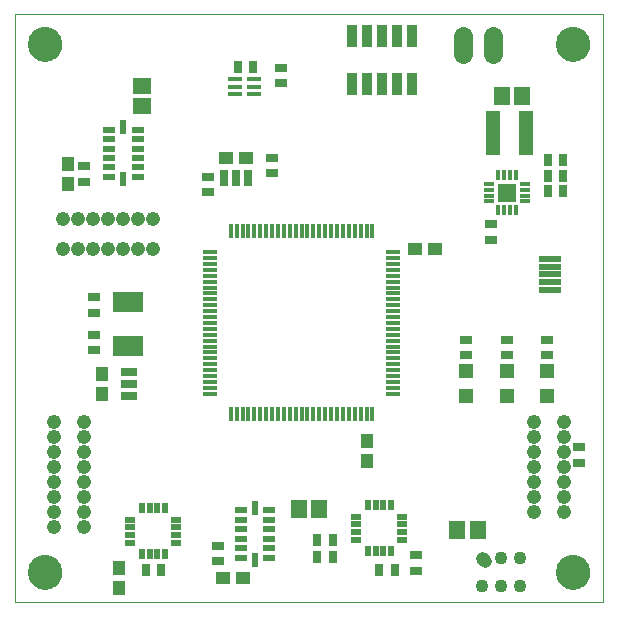
<source format=gts>
G75*
G70*
%OFA0B0*%
%FSLAX24Y24*%
%IPPOS*%
%LPD*%
%AMOC8*
5,1,8,0,0,1.08239X$1,22.5*
%
%ADD10C,0.0000*%
%ADD11C,0.1142*%
%ADD12R,0.0512X0.1497*%
%ADD13R,0.0316X0.0394*%
%ADD14R,0.0729X0.0197*%
%ADD15R,0.0985X0.0709*%
%ADD16R,0.0394X0.0316*%
%ADD17R,0.0335X0.0138*%
%ADD18R,0.0138X0.0335*%
%ADD19R,0.0611X0.0611*%
%ADD20R,0.0552X0.0631*%
%ADD21R,0.0330X0.0770*%
%ADD22R,0.0375X0.0197*%
%ADD23R,0.0197X0.0375*%
%ADD24R,0.0434X0.0473*%
%ADD25C,0.0640*%
%ADD26R,0.0512X0.0158*%
%ADD27R,0.0158X0.0512*%
%ADD28R,0.0290X0.0540*%
%ADD29R,0.0540X0.0290*%
%ADD30R,0.0434X0.0237*%
%ADD31R,0.0237X0.0512*%
%ADD32R,0.0631X0.0552*%
%ADD33R,0.0453X0.0158*%
%ADD34C,0.0476*%
%ADD35R,0.0473X0.0434*%
%ADD36R,0.0512X0.0512*%
%ADD37C,0.0434*%
%ADD38C,0.0434*%
D10*
X000160Y000288D02*
X000160Y019888D01*
X019760Y019888D01*
X019760Y000288D01*
X000160Y000288D01*
X000609Y001288D02*
X000611Y001335D01*
X000617Y001381D01*
X000627Y001427D01*
X000640Y001472D01*
X000658Y001515D01*
X000679Y001557D01*
X000703Y001597D01*
X000731Y001634D01*
X000762Y001669D01*
X000796Y001702D01*
X000832Y001731D01*
X000871Y001757D01*
X000912Y001780D01*
X000955Y001799D01*
X000999Y001815D01*
X001044Y001827D01*
X001090Y001835D01*
X001137Y001839D01*
X001183Y001839D01*
X001230Y001835D01*
X001276Y001827D01*
X001321Y001815D01*
X001365Y001799D01*
X001408Y001780D01*
X001449Y001757D01*
X001488Y001731D01*
X001524Y001702D01*
X001558Y001669D01*
X001589Y001634D01*
X001617Y001597D01*
X001641Y001557D01*
X001662Y001515D01*
X001680Y001472D01*
X001693Y001427D01*
X001703Y001381D01*
X001709Y001335D01*
X001711Y001288D01*
X001709Y001241D01*
X001703Y001195D01*
X001693Y001149D01*
X001680Y001104D01*
X001662Y001061D01*
X001641Y001019D01*
X001617Y000979D01*
X001589Y000942D01*
X001558Y000907D01*
X001524Y000874D01*
X001488Y000845D01*
X001449Y000819D01*
X001408Y000796D01*
X001365Y000777D01*
X001321Y000761D01*
X001276Y000749D01*
X001230Y000741D01*
X001183Y000737D01*
X001137Y000737D01*
X001090Y000741D01*
X001044Y000749D01*
X000999Y000761D01*
X000955Y000777D01*
X000912Y000796D01*
X000871Y000819D01*
X000832Y000845D01*
X000796Y000874D01*
X000762Y000907D01*
X000731Y000942D01*
X000703Y000979D01*
X000679Y001019D01*
X000658Y001061D01*
X000640Y001104D01*
X000627Y001149D01*
X000617Y001195D01*
X000611Y001241D01*
X000609Y001288D01*
X000609Y018888D02*
X000611Y018935D01*
X000617Y018981D01*
X000627Y019027D01*
X000640Y019072D01*
X000658Y019115D01*
X000679Y019157D01*
X000703Y019197D01*
X000731Y019234D01*
X000762Y019269D01*
X000796Y019302D01*
X000832Y019331D01*
X000871Y019357D01*
X000912Y019380D01*
X000955Y019399D01*
X000999Y019415D01*
X001044Y019427D01*
X001090Y019435D01*
X001137Y019439D01*
X001183Y019439D01*
X001230Y019435D01*
X001276Y019427D01*
X001321Y019415D01*
X001365Y019399D01*
X001408Y019380D01*
X001449Y019357D01*
X001488Y019331D01*
X001524Y019302D01*
X001558Y019269D01*
X001589Y019234D01*
X001617Y019197D01*
X001641Y019157D01*
X001662Y019115D01*
X001680Y019072D01*
X001693Y019027D01*
X001703Y018981D01*
X001709Y018935D01*
X001711Y018888D01*
X001709Y018841D01*
X001703Y018795D01*
X001693Y018749D01*
X001680Y018704D01*
X001662Y018661D01*
X001641Y018619D01*
X001617Y018579D01*
X001589Y018542D01*
X001558Y018507D01*
X001524Y018474D01*
X001488Y018445D01*
X001449Y018419D01*
X001408Y018396D01*
X001365Y018377D01*
X001321Y018361D01*
X001276Y018349D01*
X001230Y018341D01*
X001183Y018337D01*
X001137Y018337D01*
X001090Y018341D01*
X001044Y018349D01*
X000999Y018361D01*
X000955Y018377D01*
X000912Y018396D01*
X000871Y018419D01*
X000832Y018445D01*
X000796Y018474D01*
X000762Y018507D01*
X000731Y018542D01*
X000703Y018579D01*
X000679Y018619D01*
X000658Y018661D01*
X000640Y018704D01*
X000627Y018749D01*
X000617Y018795D01*
X000611Y018841D01*
X000609Y018888D01*
X018209Y018888D02*
X018211Y018935D01*
X018217Y018981D01*
X018227Y019027D01*
X018240Y019072D01*
X018258Y019115D01*
X018279Y019157D01*
X018303Y019197D01*
X018331Y019234D01*
X018362Y019269D01*
X018396Y019302D01*
X018432Y019331D01*
X018471Y019357D01*
X018512Y019380D01*
X018555Y019399D01*
X018599Y019415D01*
X018644Y019427D01*
X018690Y019435D01*
X018737Y019439D01*
X018783Y019439D01*
X018830Y019435D01*
X018876Y019427D01*
X018921Y019415D01*
X018965Y019399D01*
X019008Y019380D01*
X019049Y019357D01*
X019088Y019331D01*
X019124Y019302D01*
X019158Y019269D01*
X019189Y019234D01*
X019217Y019197D01*
X019241Y019157D01*
X019262Y019115D01*
X019280Y019072D01*
X019293Y019027D01*
X019303Y018981D01*
X019309Y018935D01*
X019311Y018888D01*
X019309Y018841D01*
X019303Y018795D01*
X019293Y018749D01*
X019280Y018704D01*
X019262Y018661D01*
X019241Y018619D01*
X019217Y018579D01*
X019189Y018542D01*
X019158Y018507D01*
X019124Y018474D01*
X019088Y018445D01*
X019049Y018419D01*
X019008Y018396D01*
X018965Y018377D01*
X018921Y018361D01*
X018876Y018349D01*
X018830Y018341D01*
X018783Y018337D01*
X018737Y018337D01*
X018690Y018341D01*
X018644Y018349D01*
X018599Y018361D01*
X018555Y018377D01*
X018512Y018396D01*
X018471Y018419D01*
X018432Y018445D01*
X018396Y018474D01*
X018362Y018507D01*
X018331Y018542D01*
X018303Y018579D01*
X018279Y018619D01*
X018258Y018661D01*
X018240Y018704D01*
X018227Y018749D01*
X018217Y018795D01*
X018211Y018841D01*
X018209Y018888D01*
X018209Y001288D02*
X018211Y001335D01*
X018217Y001381D01*
X018227Y001427D01*
X018240Y001472D01*
X018258Y001515D01*
X018279Y001557D01*
X018303Y001597D01*
X018331Y001634D01*
X018362Y001669D01*
X018396Y001702D01*
X018432Y001731D01*
X018471Y001757D01*
X018512Y001780D01*
X018555Y001799D01*
X018599Y001815D01*
X018644Y001827D01*
X018690Y001835D01*
X018737Y001839D01*
X018783Y001839D01*
X018830Y001835D01*
X018876Y001827D01*
X018921Y001815D01*
X018965Y001799D01*
X019008Y001780D01*
X019049Y001757D01*
X019088Y001731D01*
X019124Y001702D01*
X019158Y001669D01*
X019189Y001634D01*
X019217Y001597D01*
X019241Y001557D01*
X019262Y001515D01*
X019280Y001472D01*
X019293Y001427D01*
X019303Y001381D01*
X019309Y001335D01*
X019311Y001288D01*
X019309Y001241D01*
X019303Y001195D01*
X019293Y001149D01*
X019280Y001104D01*
X019262Y001061D01*
X019241Y001019D01*
X019217Y000979D01*
X019189Y000942D01*
X019158Y000907D01*
X019124Y000874D01*
X019088Y000845D01*
X019049Y000819D01*
X019008Y000796D01*
X018965Y000777D01*
X018921Y000761D01*
X018876Y000749D01*
X018830Y000741D01*
X018783Y000737D01*
X018737Y000737D01*
X018690Y000741D01*
X018644Y000749D01*
X018599Y000761D01*
X018555Y000777D01*
X018512Y000796D01*
X018471Y000819D01*
X018432Y000845D01*
X018396Y000874D01*
X018362Y000907D01*
X018331Y000942D01*
X018303Y000979D01*
X018279Y001019D01*
X018258Y001061D01*
X018240Y001104D01*
X018227Y001149D01*
X018217Y001195D01*
X018211Y001241D01*
X018209Y001288D01*
D11*
X018760Y001288D03*
X018760Y018888D03*
X001160Y018888D03*
X001160Y001288D03*
D12*
X016109Y015944D03*
X017211Y015944D03*
D13*
X017935Y015038D03*
X018447Y015038D03*
X018447Y014506D03*
X017935Y014506D03*
X017935Y014006D03*
X018447Y014006D03*
X008103Y018131D03*
X007592Y018131D03*
X010248Y002381D03*
X010760Y002381D03*
X010760Y001788D03*
X010248Y001788D03*
X012310Y001350D03*
X012822Y001350D03*
X005041Y001381D03*
X004529Y001381D03*
D14*
X018007Y010713D03*
X018007Y010969D03*
X018007Y011225D03*
X018007Y011481D03*
X018007Y011737D03*
D15*
X003941Y010297D03*
X003941Y008840D03*
D16*
X002816Y008688D03*
X002816Y009200D03*
X002816Y009938D03*
X002816Y010450D03*
X006598Y013969D03*
X006598Y014481D03*
X008723Y014594D03*
X008723Y015106D03*
X009035Y017594D03*
X009035Y018106D03*
X002473Y014825D03*
X002473Y014313D03*
X006941Y002168D03*
X006941Y001657D03*
X013535Y001856D03*
X013535Y001344D03*
X018973Y004938D03*
X018973Y005450D03*
X017910Y008532D03*
X017910Y009043D03*
X016566Y009043D03*
X016566Y008532D03*
X015191Y008532D03*
X015191Y009043D03*
X016035Y012375D03*
X016035Y012887D03*
D17*
X015976Y013648D03*
X015976Y013845D03*
X015976Y014042D03*
X015976Y014239D03*
X017157Y014239D03*
X017157Y014042D03*
X017157Y013845D03*
X017157Y013648D03*
D18*
X016862Y013353D03*
X016665Y013353D03*
X016468Y013353D03*
X016271Y013353D03*
X016271Y014534D03*
X016468Y014534D03*
X016665Y014534D03*
X016862Y014534D03*
D19*
X016566Y013944D03*
D20*
X016388Y017163D03*
X017057Y017163D03*
X010307Y003413D03*
X009638Y003413D03*
X014919Y002694D03*
X015588Y002694D03*
D21*
X013410Y017550D03*
X012910Y017550D03*
X012410Y017550D03*
X011910Y017550D03*
X011410Y017550D03*
X011410Y019150D03*
X011910Y019150D03*
X012410Y019150D03*
X012910Y019150D03*
X013410Y019150D03*
D22*
X013084Y003140D03*
X013084Y002884D03*
X013084Y002628D03*
X013084Y002372D03*
X011549Y002372D03*
X011549Y002628D03*
X011549Y002884D03*
X011549Y003140D03*
X005553Y003046D03*
X005553Y002790D03*
X005553Y002535D03*
X005553Y002279D03*
X004017Y002279D03*
X004017Y002535D03*
X004017Y002790D03*
X004017Y003046D03*
D23*
X004401Y003430D03*
X004657Y003430D03*
X004913Y003430D03*
X005169Y003430D03*
X005169Y001895D03*
X004913Y001895D03*
X004657Y001895D03*
X004401Y001895D03*
X011932Y001989D03*
X012188Y001989D03*
X012444Y001989D03*
X012700Y001989D03*
X012700Y003524D03*
X012444Y003524D03*
X012188Y003524D03*
X011932Y003524D03*
D24*
X011910Y004984D03*
X011910Y005653D03*
X003629Y001435D03*
X003629Y000765D03*
X003066Y007234D03*
X003066Y007903D03*
X001941Y014234D03*
X001941Y014903D03*
D25*
X015098Y018581D02*
X015098Y019181D01*
X016098Y019181D02*
X016098Y018581D01*
D26*
X012774Y011962D03*
X012774Y011765D03*
X012774Y011569D03*
X012774Y011372D03*
X012774Y011175D03*
X012774Y010978D03*
X012774Y010781D03*
X012774Y010584D03*
X012774Y010387D03*
X012774Y010191D03*
X012774Y009994D03*
X012774Y009797D03*
X012774Y009600D03*
X012774Y009403D03*
X012774Y009206D03*
X012774Y009009D03*
X012774Y008813D03*
X012774Y008616D03*
X012774Y008419D03*
X012774Y008222D03*
X012774Y008025D03*
X012774Y007828D03*
X012774Y007631D03*
X012774Y007435D03*
X012774Y007238D03*
X006671Y007238D03*
X006671Y007435D03*
X006671Y007631D03*
X006671Y007828D03*
X006671Y008025D03*
X006671Y008222D03*
X006671Y008419D03*
X006671Y008616D03*
X006671Y008813D03*
X006671Y009009D03*
X006671Y009206D03*
X006671Y009403D03*
X006671Y009600D03*
X006671Y009797D03*
X006671Y009994D03*
X006671Y010191D03*
X006671Y010387D03*
X006671Y010584D03*
X006671Y010781D03*
X006671Y010978D03*
X006671Y011175D03*
X006671Y011372D03*
X006671Y011569D03*
X006671Y011765D03*
X006671Y011962D03*
D27*
X007360Y012651D03*
X007557Y012651D03*
X007754Y012651D03*
X007951Y012651D03*
X008148Y012651D03*
X008345Y012651D03*
X008541Y012651D03*
X008738Y012651D03*
X008935Y012651D03*
X009132Y012651D03*
X009329Y012651D03*
X009526Y012651D03*
X009723Y012651D03*
X009919Y012651D03*
X010116Y012651D03*
X010313Y012651D03*
X010510Y012651D03*
X010707Y012651D03*
X010904Y012651D03*
X011100Y012651D03*
X011297Y012651D03*
X011494Y012651D03*
X011691Y012651D03*
X011888Y012651D03*
X012085Y012651D03*
X012085Y006549D03*
X011888Y006549D03*
X011691Y006549D03*
X011494Y006549D03*
X011297Y006549D03*
X011100Y006549D03*
X010904Y006549D03*
X010707Y006549D03*
X010510Y006549D03*
X010313Y006549D03*
X010116Y006549D03*
X009919Y006549D03*
X009723Y006549D03*
X009526Y006549D03*
X009329Y006549D03*
X009132Y006549D03*
X008935Y006549D03*
X008738Y006549D03*
X008541Y006549D03*
X008345Y006549D03*
X008148Y006549D03*
X007951Y006549D03*
X007754Y006549D03*
X007557Y006549D03*
X007360Y006549D03*
D28*
X007535Y014444D03*
X007141Y014444D03*
X007929Y014444D03*
D29*
X003973Y007962D03*
X003973Y007569D03*
X003973Y007175D03*
D30*
X007688Y003356D03*
X007688Y003041D03*
X007688Y002726D03*
X007688Y002411D03*
X007688Y002096D03*
X007688Y001781D03*
X008632Y001781D03*
X008632Y002096D03*
X008632Y002411D03*
X008632Y002726D03*
X008632Y003041D03*
X008632Y003356D03*
X004257Y014469D03*
X004257Y014784D03*
X004257Y015099D03*
X004257Y015414D03*
X004257Y015729D03*
X004257Y016044D03*
X003313Y016044D03*
X003313Y015729D03*
X003313Y015414D03*
X003313Y015099D03*
X003313Y014784D03*
X003313Y014469D03*
D31*
X003785Y014390D03*
X003785Y016122D03*
X008160Y003435D03*
X008160Y001703D03*
D32*
X004410Y016828D03*
X004410Y017497D03*
D33*
X007501Y017475D03*
X007501Y017731D03*
X007501Y017219D03*
X008131Y017219D03*
X008131Y017475D03*
X008131Y017731D03*
D34*
X004754Y013069D03*
X004254Y013069D03*
X003754Y013069D03*
X003254Y013069D03*
X002754Y013069D03*
X002254Y013069D03*
X001754Y013069D03*
X001754Y012069D03*
X002254Y012069D03*
X002754Y012069D03*
X003254Y012069D03*
X003754Y012069D03*
X004254Y012069D03*
X004754Y012069D03*
X002460Y006288D03*
X002460Y005788D03*
X002460Y005288D03*
X002460Y004788D03*
X002460Y004288D03*
X002460Y003788D03*
X002460Y003288D03*
X002460Y002788D03*
X001460Y002788D03*
X001460Y003288D03*
X001460Y003788D03*
X001460Y004288D03*
X001460Y004788D03*
X001460Y005288D03*
X001460Y005788D03*
X001460Y006288D03*
X017460Y006288D03*
X017460Y005788D03*
X017460Y005288D03*
X017460Y004788D03*
X017460Y004288D03*
X017460Y003788D03*
X017460Y003288D03*
X018460Y003288D03*
X018460Y003788D03*
X018460Y004288D03*
X018460Y004788D03*
X018460Y005288D03*
X018460Y005788D03*
X018460Y006288D03*
D35*
X014182Y012069D03*
X013513Y012069D03*
X007870Y015100D03*
X007200Y015100D03*
X007107Y001100D03*
X007776Y001100D03*
D36*
X015191Y007155D03*
X015191Y007982D03*
X016566Y007982D03*
X016566Y007155D03*
X017910Y007155D03*
X017910Y007982D03*
D37*
X015733Y001776D02*
X015843Y001666D01*
D38*
X016379Y001760D03*
X017009Y001760D03*
X017009Y000815D03*
X016379Y000815D03*
X015749Y000815D03*
M02*

</source>
